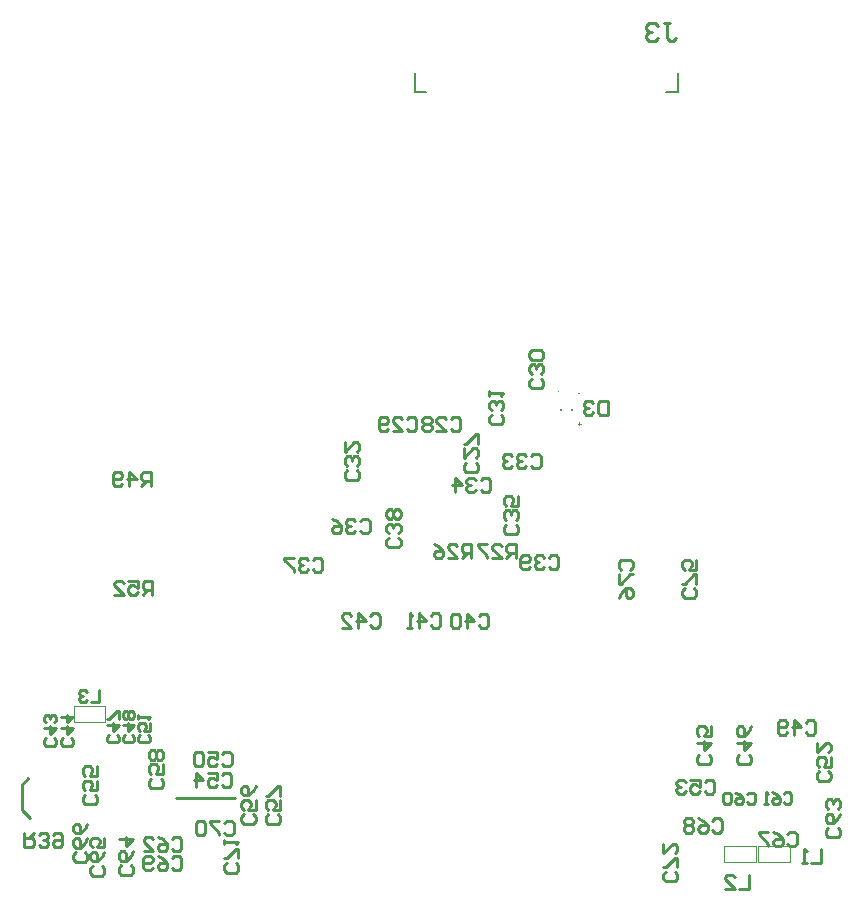
<source format=gbr>
%TF.GenerationSoftware,Altium Limited,Altium Designer,18.1.7 (191)*%
G04 Layer_Color=32896*
%FSLAX26Y26*%
%MOIN*%
%TF.FileFunction,Legend,Bot*%
%TF.Part,Single*%
G01*
G75*
%TA.AperFunction,NonConductor*%
%ADD108C,0.003937*%
%ADD109C,0.007874*%
%ADD110C,0.010000*%
G36*
X2108456Y2254334D02*
X2113985D01*
Y2252006D01*
X2108456D01*
Y2246535D01*
X2106157D01*
Y2252006D01*
X2100686D01*
Y2254334D01*
X2106157D01*
Y2259805D01*
X2108456D01*
Y2254334D01*
D02*
G37*
G36*
X2109055Y2353403D02*
X2101402D01*
Y2355876D01*
X2109055D01*
Y2353403D01*
D02*
G37*
D108*
X2036885Y2361659D02*
G03*
X2036885Y2361659I-1968J0D01*
G01*
X527047Y1259646D02*
Y1312795D01*
X421929D02*
X526884D01*
X421929Y1259646D02*
Y1312795D01*
Y1259646D02*
X526884D01*
X2809055Y793976D02*
Y847126D01*
X2703937D02*
X2808892D01*
X2703937Y793976D02*
Y847126D01*
Y793976D02*
X2808892D01*
X2694685Y793780D02*
Y846929D01*
X2589567D02*
X2694522D01*
X2589567Y793780D02*
Y846929D01*
Y793780D02*
X2694522D01*
D109*
X1557479Y3360059D02*
Y3424035D01*
X2435432Y3360059D02*
Y3424035D01*
X1557479Y3360059D02*
X1597165D01*
X2395747D02*
X2435432D01*
X2080669Y2301142D02*
Y2305078D01*
X2047205Y2301142D02*
Y2305078D01*
D110*
X249095Y967126D02*
X277126Y939095D01*
X249095Y967126D02*
Y972638D01*
Y1051614D01*
X269769Y1072289D01*
X762756Y1006575D02*
X959409D01*
X682165Y1684606D02*
Y1731835D01*
X658551D01*
X650679Y1723964D01*
Y1708221D01*
X658551Y1700349D01*
X682165D01*
X666423D02*
X650679Y1684606D01*
X603451Y1731835D02*
X634937D01*
Y1708221D01*
X619194Y1716092D01*
X611322D01*
X603451Y1708221D01*
Y1692478D01*
X611322Y1684606D01*
X627065D01*
X634937Y1692478D01*
X556222Y1684606D02*
X587708D01*
X556222Y1716092D01*
Y1723964D01*
X564093Y1731835D01*
X579836D01*
X587708Y1723964D01*
X678032Y2046535D02*
Y2093764D01*
X654417D01*
X646546Y2085893D01*
Y2070150D01*
X654417Y2062278D01*
X678032D01*
X662289D02*
X646546Y2046535D01*
X607188D02*
Y2093764D01*
X630803Y2070150D01*
X599317D01*
X583574Y2054407D02*
X575702Y2046535D01*
X559960D01*
X552088Y2054407D01*
Y2085893D01*
X559960Y2093764D01*
X575702D01*
X583574Y2085893D01*
Y2078021D01*
X575702Y2070150D01*
X552088D01*
X2004931Y1808255D02*
X2012803Y1816126D01*
X2028546D01*
X2036417Y1808255D01*
Y1776769D01*
X2028546Y1768898D01*
X2012803D01*
X2004931Y1776769D01*
X1989188Y1808255D02*
X1981317Y1816126D01*
X1965574D01*
X1957703Y1808255D01*
Y1800383D01*
X1965574Y1792512D01*
X1973446D01*
X1965574D01*
X1957703Y1784640D01*
Y1776769D01*
X1965574Y1768898D01*
X1981317D01*
X1989188Y1776769D01*
X1941960D02*
X1934088Y1768898D01*
X1918345D01*
X1910474Y1776769D01*
Y1808255D01*
X1918345Y1816126D01*
X1934088D01*
X1941960Y1808255D01*
Y1800383D01*
X1934088Y1792512D01*
X1910474D01*
X2245524Y1768593D02*
X2237653Y1776464D01*
Y1792207D01*
X2245524Y1800079D01*
X2277010D01*
X2284882Y1792207D01*
Y1776464D01*
X2277010Y1768593D01*
X2237653Y1752850D02*
Y1721364D01*
X2245524D01*
X2277010Y1752850D01*
X2284882D01*
X2237653Y1674135D02*
X2245524Y1689878D01*
X2261267Y1705621D01*
X2277010D01*
X2284882Y1697750D01*
Y1682007D01*
X2277010Y1674135D01*
X2269139D01*
X2261267Y1682007D01*
Y1705621D01*
X2489279Y1705817D02*
X2497150Y1697945D01*
Y1682202D01*
X2489279Y1674331D01*
X2457793D01*
X2449921Y1682202D01*
Y1697945D01*
X2457793Y1705817D01*
X2497150Y1721560D02*
Y1753045D01*
X2489279D01*
X2457793Y1721560D01*
X2449921D01*
X2497150Y1800274D02*
Y1768788D01*
X2473536D01*
X2481407Y1784531D01*
Y1792403D01*
X2473536Y1800274D01*
X2457793D01*
X2449921Y1792403D01*
Y1776660D01*
X2457793Y1768788D01*
X2389013Y3591981D02*
X2409006D01*
X2399010D01*
Y3541997D01*
X2409006Y3532000D01*
X2419003D01*
X2429000Y3541997D01*
X2369019Y3581984D02*
X2359023Y3591981D01*
X2339029D01*
X2329032Y3581984D01*
Y3571987D01*
X2339029Y3561990D01*
X2349026D01*
X2339029D01*
X2329032Y3551994D01*
Y3541997D01*
X2339029Y3532000D01*
X2359023D01*
X2369019Y3541997D01*
X257165Y890472D02*
Y843244D01*
X280780D01*
X288651Y851115D01*
Y866858D01*
X280780Y874730D01*
X257165D01*
X272908D02*
X288651Y890472D01*
X304394Y851115D02*
X312266Y843244D01*
X328009D01*
X335880Y851115D01*
Y858986D01*
X328009Y866858D01*
X320137D01*
X328009D01*
X335880Y874730D01*
Y882601D01*
X328009Y890472D01*
X312266D01*
X304394Y882601D01*
X351623D02*
X359495Y890472D01*
X375237D01*
X383109Y882601D01*
Y851115D01*
X375237Y843244D01*
X359495D01*
X351623Y851115D01*
Y858986D01*
X359495Y866858D01*
X383109D01*
X504528Y1367586D02*
Y1328228D01*
X478289D01*
X465170Y1361026D02*
X458611Y1367586D01*
X445491D01*
X438932Y1361026D01*
Y1354466D01*
X445491Y1347907D01*
X452051D01*
X445491D01*
X438932Y1341347D01*
Y1334788D01*
X445491Y1328228D01*
X458611D01*
X465170Y1334788D01*
X2671417Y751875D02*
Y704646D01*
X2639931D01*
X2592703D02*
X2624189D01*
X2592703Y736132D01*
Y744003D01*
X2600574Y751875D01*
X2616317D01*
X2624189Y744003D01*
X2911220Y837268D02*
Y790039D01*
X2879735D01*
X2863992D02*
X2848249D01*
X2856120D01*
Y837268D01*
X2863992Y829397D01*
X1894882Y1807126D02*
Y1854355D01*
X1871267D01*
X1863396Y1846483D01*
Y1830740D01*
X1871267Y1822869D01*
X1894882D01*
X1879139D02*
X1863396Y1807126D01*
X1816167D02*
X1847653D01*
X1816167Y1838612D01*
Y1846483D01*
X1824039Y1854355D01*
X1839782D01*
X1847653Y1846483D01*
X1800424Y1854355D02*
X1768938D01*
Y1846483D01*
X1800424Y1814997D01*
Y1807126D01*
X1746614Y1807795D02*
Y1855024D01*
X1723000D01*
X1715128Y1847153D01*
Y1831410D01*
X1723000Y1823538D01*
X1746614D01*
X1730871D02*
X1715128Y1807795D01*
X1667899D02*
X1699385D01*
X1667899Y1839281D01*
Y1847153D01*
X1675771Y1855024D01*
X1691514D01*
X1699385Y1847153D01*
X1620671Y1855024D02*
X1636414Y1847153D01*
X1652157Y1831410D01*
Y1815667D01*
X1644285Y1807795D01*
X1628542D01*
X1620671Y1815667D01*
Y1823538D01*
X1628542Y1831410D01*
X1652157D01*
X915994Y1153019D02*
X923866Y1160890D01*
X939609D01*
X947480Y1153019D01*
Y1121533D01*
X939609Y1113661D01*
X923866D01*
X915994Y1121533D01*
X868766Y1160890D02*
X900251D01*
Y1137276D01*
X884509Y1145147D01*
X876637D01*
X868766Y1137276D01*
Y1121533D01*
X876637Y1113661D01*
X892380D01*
X900251Y1121533D01*
X853023Y1153019D02*
X845151Y1160890D01*
X829408D01*
X821537Y1153019D01*
Y1121533D01*
X829408Y1113661D01*
X845151D01*
X853023Y1121533D01*
Y1153019D01*
X354136Y1206474D02*
X360696Y1199915D01*
Y1186796D01*
X354136Y1180236D01*
X327898D01*
X321339Y1186796D01*
Y1199915D01*
X327898Y1206474D01*
X321339Y1239272D02*
X360696D01*
X341017Y1219594D01*
Y1245832D01*
X354136Y1258951D02*
X360696Y1265511D01*
Y1278630D01*
X354136Y1285189D01*
X347577D01*
X341017Y1278630D01*
Y1272070D01*
Y1278630D01*
X334458Y1285189D01*
X327898D01*
X321339Y1278630D01*
Y1265511D01*
X327898Y1258951D01*
X1019633Y952785D02*
X1027504Y944914D01*
Y929171D01*
X1019633Y921299D01*
X988147D01*
X980276Y929171D01*
Y944914D01*
X988147Y952785D01*
X1027504Y1000014D02*
Y968528D01*
X1003890D01*
X1011761Y984271D01*
Y992142D01*
X1003890Y1000014D01*
X988147D01*
X980276Y992142D01*
Y976399D01*
X988147Y968528D01*
X1027504Y1047243D02*
X1019633Y1031500D01*
X1003890Y1015757D01*
X988147D01*
X980276Y1023628D01*
Y1039371D01*
X988147Y1047243D01*
X996019D01*
X1003890Y1039371D01*
Y1015757D01*
X1101877Y952234D02*
X1109748Y944362D01*
Y928620D01*
X1101877Y920748D01*
X1070391D01*
X1062520Y928620D01*
Y944362D01*
X1070391Y952234D01*
X1109748Y999463D02*
Y967977D01*
X1086134D01*
X1094006Y983720D01*
Y991591D01*
X1086134Y999463D01*
X1070391D01*
X1062520Y991591D01*
Y975848D01*
X1070391Y967977D01*
X1109748Y1015206D02*
Y1046691D01*
X1101877D01*
X1070391Y1015206D01*
X1062520D01*
X413113Y1206474D02*
X419672Y1199915D01*
Y1186796D01*
X413113Y1180236D01*
X386875D01*
X380315Y1186796D01*
Y1199915D01*
X386875Y1206474D01*
X380315Y1239272D02*
X419672D01*
X399994Y1219594D01*
Y1245832D01*
X380315Y1278630D02*
X419672D01*
X399994Y1258951D01*
Y1285189D01*
X747963Y805696D02*
X755834Y813567D01*
X771577D01*
X779449Y805696D01*
Y774210D01*
X771577Y766339D01*
X755834D01*
X747963Y774210D01*
X700734Y813567D02*
X716477Y805696D01*
X732220Y789953D01*
Y774210D01*
X724348Y766339D01*
X708606D01*
X700734Y774210D01*
Y782082D01*
X708606Y789953D01*
X732220D01*
X684991Y774210D02*
X677120Y766339D01*
X661377D01*
X653505Y774210D01*
Y805696D01*
X661377Y813567D01*
X677120D01*
X684991Y805696D01*
Y797824D01*
X677120Y789953D01*
X653505D01*
X748908Y869515D02*
X756779Y877386D01*
X772522D01*
X780394Y869515D01*
Y838029D01*
X772522Y830158D01*
X756779D01*
X748908Y838029D01*
X701679Y877386D02*
X717422Y869515D01*
X733165Y853772D01*
Y838029D01*
X725293Y830158D01*
X709551D01*
X701679Y838029D01*
Y845900D01*
X709551Y853772D01*
X733165D01*
X654450Y830158D02*
X685936D01*
X654450Y861643D01*
Y869515D01*
X662322Y877386D01*
X678065D01*
X685936Y869515D01*
X711365Y1071840D02*
X719237Y1063969D01*
Y1048226D01*
X711365Y1040354D01*
X679879D01*
X672008Y1048226D01*
Y1063969D01*
X679879Y1071840D01*
X719237Y1119069D02*
Y1087583D01*
X695622D01*
X703494Y1103326D01*
Y1111197D01*
X695622Y1119069D01*
X679879D01*
X672008Y1111197D01*
Y1095455D01*
X679879Y1087583D01*
X711365Y1134812D02*
X719237Y1142683D01*
Y1158426D01*
X711365Y1166298D01*
X703494D01*
X695622Y1158426D01*
X687751Y1166298D01*
X679879D01*
X672008Y1158426D01*
Y1142683D01*
X679879Y1134812D01*
X687751D01*
X695622Y1142683D01*
X703494Y1134812D01*
X711365D01*
X695622Y1142683D02*
Y1158426D01*
X565436Y1218482D02*
X571995Y1211923D01*
Y1198804D01*
X565436Y1192244D01*
X539197D01*
X532638Y1198804D01*
Y1211923D01*
X539197Y1218482D01*
X532638Y1251280D02*
X571995D01*
X552317Y1231601D01*
Y1257840D01*
X571995Y1270959D02*
Y1297197D01*
X565436D01*
X539197Y1270959D01*
X532638D01*
X617050Y1218482D02*
X623609Y1211923D01*
Y1198804D01*
X617050Y1192244D01*
X590812D01*
X584252Y1198804D01*
Y1211923D01*
X590812Y1218482D01*
X584252Y1251280D02*
X623609D01*
X603931Y1231601D01*
Y1257840D01*
X617050Y1270959D02*
X623609Y1277518D01*
Y1290638D01*
X617050Y1297197D01*
X610490D01*
X603931Y1290638D01*
X597371Y1297197D01*
X590812D01*
X584252Y1290638D01*
Y1277518D01*
X590812Y1270959D01*
X597371D01*
X603931Y1277518D01*
X610490Y1270959D01*
X617050D01*
X603931Y1277518D02*
Y1290638D01*
X962743Y790108D02*
X970615Y782236D01*
Y766494D01*
X962743Y758622D01*
X931257D01*
X923386Y766494D01*
Y782236D01*
X931257Y790108D01*
X970615Y805851D02*
Y837337D01*
X962743D01*
X931257Y805851D01*
X923386D01*
Y853080D02*
Y868823D01*
Y860951D01*
X970615D01*
X962743Y853080D01*
X2538688Y1151132D02*
X2546559Y1143260D01*
Y1127517D01*
X2538688Y1119646D01*
X2507202D01*
X2499331Y1127517D01*
Y1143260D01*
X2507202Y1151132D01*
X2499331Y1190489D02*
X2546559D01*
X2522945Y1166874D01*
Y1198360D01*
X2546559Y1245589D02*
Y1214103D01*
X2522945D01*
X2530817Y1229846D01*
Y1237718D01*
X2522945Y1245589D01*
X2507202D01*
X2499331Y1237718D01*
Y1221975D01*
X2507202Y1214103D01*
X2861782Y1258176D02*
X2869653Y1266048D01*
X2885396D01*
X2893268Y1258176D01*
Y1226690D01*
X2885396Y1218819D01*
X2869653D01*
X2861782Y1226690D01*
X2822425Y1218819D02*
Y1266048D01*
X2846039Y1242433D01*
X2814553D01*
X2798810Y1226690D02*
X2790939Y1218819D01*
X2775196D01*
X2767324Y1226690D01*
Y1258176D01*
X2775196Y1266048D01*
X2790939D01*
X2798810Y1258176D01*
Y1250305D01*
X2790939Y1242433D01*
X2767324D01*
X2426011Y760620D02*
X2433882Y752748D01*
Y737005D01*
X2426011Y729134D01*
X2394525D01*
X2386653Y737005D01*
Y752748D01*
X2394525Y760620D01*
X2433882Y776363D02*
Y807849D01*
X2426011D01*
X2394525Y776363D01*
X2386653D01*
Y855077D02*
Y823591D01*
X2418139Y855077D01*
X2426011D01*
X2433882Y847206D01*
Y831463D01*
X2426011Y823591D01*
X458924Y826368D02*
X466796Y818496D01*
Y802753D01*
X458924Y794882D01*
X427438D01*
X419567Y802753D01*
Y818496D01*
X427438Y826368D01*
X466796Y873597D02*
X458924Y857854D01*
X443181Y842111D01*
X427438D01*
X419567Y849982D01*
Y865725D01*
X427438Y873597D01*
X435310D01*
X443181Y865725D01*
Y842111D01*
X466796Y920825D02*
X458924Y905082D01*
X443181Y889340D01*
X427438D01*
X419567Y897211D01*
Y912954D01*
X427438Y920825D01*
X435310D01*
X443181Y912954D01*
Y889340D01*
X2664825Y1018861D02*
X2671384Y1025420D01*
X2684503D01*
X2691063Y1018861D01*
Y992623D01*
X2684503Y986063D01*
X2671384D01*
X2664825Y992623D01*
X2625467Y1025420D02*
X2638586Y1018861D01*
X2651706Y1005742D01*
Y992623D01*
X2645146Y986063D01*
X2632027D01*
X2625467Y992623D01*
Y999182D01*
X2632027Y1005742D01*
X2651706D01*
X2612348Y1018861D02*
X2605789Y1025420D01*
X2592669D01*
X2586110Y1018861D01*
Y992623D01*
X2592669Y986063D01*
X2605789D01*
X2612348Y992623D01*
Y1018861D01*
X2200905Y2284858D02*
Y2332087D01*
X2177291D01*
X2169420Y2324215D01*
Y2292729D01*
X2177291Y2284858D01*
X2200905D01*
X2153677Y2292729D02*
X2145805Y2284858D01*
X2130062D01*
X2122191Y2292729D01*
Y2300601D01*
X2130062Y2308472D01*
X2137934D01*
X2130062D01*
X2122191Y2316344D01*
Y2324215D01*
X2130062Y2332087D01*
X2145805D01*
X2153677Y2324215D01*
X2550246Y931365D02*
X2558118Y939237D01*
X2573861D01*
X2581732Y931365D01*
Y899879D01*
X2573861Y892008D01*
X2558118D01*
X2550246Y899879D01*
X2503018Y939237D02*
X2518761Y931365D01*
X2534503Y915622D01*
Y899879D01*
X2526632Y892008D01*
X2510889D01*
X2503018Y899879D01*
Y907751D01*
X2510889Y915622D01*
X2534503D01*
X2487275Y931365D02*
X2479403Y939237D01*
X2463660D01*
X2455789Y931365D01*
Y923494D01*
X2463660Y915622D01*
X2455789Y907751D01*
Y899879D01*
X2463660Y892008D01*
X2479403D01*
X2487275Y899879D01*
Y907751D01*
X2479403Y915622D01*
X2487275Y923494D01*
Y931365D01*
X2479403Y915622D02*
X2463660D01*
X2523986Y1060775D02*
X2531858Y1068646D01*
X2547601D01*
X2555472Y1060775D01*
Y1029289D01*
X2547601Y1021417D01*
X2531858D01*
X2523986Y1029289D01*
X2476758Y1068646D02*
X2508244D01*
Y1045032D01*
X2492501Y1052903D01*
X2484629D01*
X2476758Y1045032D01*
Y1029289D01*
X2484629Y1021417D01*
X2500372D01*
X2508244Y1029289D01*
X2461015Y1060775D02*
X2453143Y1068646D01*
X2437400D01*
X2429529Y1060775D01*
Y1052903D01*
X2437400Y1045032D01*
X2445272D01*
X2437400D01*
X2429529Y1037160D01*
Y1029289D01*
X2437400Y1021417D01*
X2453143D01*
X2461015Y1029289D01*
X2671562Y1151132D02*
X2679434Y1143260D01*
Y1127517D01*
X2671562Y1119646D01*
X2640076D01*
X2632205Y1127517D01*
Y1143260D01*
X2640076Y1151132D01*
X2632205Y1190489D02*
X2679434D01*
X2655819Y1166874D01*
Y1198360D01*
X2679434Y1245589D02*
X2671562Y1229846D01*
X2655819Y1214103D01*
X2640076D01*
X2632205Y1221975D01*
Y1237718D01*
X2640076Y1245589D01*
X2647948D01*
X2655819Y1237718D01*
Y1214103D01*
X2936720Y1096210D02*
X2944591Y1088339D01*
Y1072596D01*
X2936720Y1064724D01*
X2905234D01*
X2897362Y1072596D01*
Y1088339D01*
X2905234Y1096210D01*
X2944591Y1143439D02*
Y1111953D01*
X2920977D01*
X2928848Y1127696D01*
Y1135568D01*
X2920977Y1143439D01*
X2905234D01*
X2897362Y1135568D01*
Y1119825D01*
X2905234Y1111953D01*
X2897362Y1190668D02*
Y1159182D01*
X2928848Y1190668D01*
X2936720D01*
X2944591Y1182796D01*
Y1167053D01*
X2936720Y1159182D01*
X2968570Y908258D02*
X2976441Y900386D01*
Y884643D01*
X2968570Y876772D01*
X2937084D01*
X2929213Y884643D01*
Y900386D01*
X2937084Y908258D01*
X2976441Y955486D02*
X2968570Y939743D01*
X2952827Y924000D01*
X2937084D01*
X2929213Y931872D01*
Y947615D01*
X2937084Y955486D01*
X2944956D01*
X2952827Y947615D01*
Y924000D01*
X2968570Y971229D02*
X2976441Y979101D01*
Y994844D01*
X2968570Y1002715D01*
X2960698D01*
X2952827Y994844D01*
Y986972D01*
Y994844D01*
X2944956Y1002715D01*
X2937084D01*
X2929213Y994844D01*
Y979101D01*
X2937084Y971229D01*
X2800272Y886661D02*
X2808144Y894533D01*
X2823887D01*
X2831758Y886661D01*
Y855176D01*
X2823887Y847304D01*
X2808144D01*
X2800272Y855176D01*
X2753043Y894533D02*
X2768786Y886661D01*
X2784529Y870918D01*
Y855176D01*
X2776658Y847304D01*
X2760915D01*
X2753043Y855176D01*
Y863047D01*
X2760915Y870918D01*
X2784529D01*
X2737300Y894533D02*
X2705814D01*
Y886661D01*
X2737300Y855176D01*
Y847304D01*
X2787384Y1020908D02*
X2793943Y1027468D01*
X2807062D01*
X2813622Y1020908D01*
Y994670D01*
X2807062Y988110D01*
X2793943D01*
X2787384Y994670D01*
X2748026Y1027468D02*
X2761146Y1020908D01*
X2774265Y1007789D01*
Y994670D01*
X2767705Y988110D01*
X2754586D01*
X2748026Y994670D01*
Y1001229D01*
X2754586Y1007789D01*
X2774265D01*
X2734907Y988110D02*
X2721788D01*
X2728348D01*
Y1027468D01*
X2734907Y1020908D01*
X1978806Y2405423D02*
X1986678Y2397551D01*
Y2381809D01*
X1978806Y2373937D01*
X1947320D01*
X1939449Y2381809D01*
Y2397551D01*
X1947320Y2405423D01*
X1978806Y2421166D02*
X1986678Y2429037D01*
Y2444780D01*
X1978806Y2452652D01*
X1970935D01*
X1963063Y2444780D01*
Y2436909D01*
Y2444780D01*
X1955192Y2452652D01*
X1947320D01*
X1939449Y2444780D01*
Y2429037D01*
X1947320Y2421166D01*
X1978806Y2468395D02*
X1986678Y2476266D01*
Y2492009D01*
X1978806Y2499881D01*
X1947320D01*
X1939449Y2492009D01*
Y2476266D01*
X1947320Y2468395D01*
X1978806D01*
X1761365Y2125383D02*
X1769237Y2117512D01*
Y2101769D01*
X1761365Y2093898D01*
X1729879D01*
X1722008Y2101769D01*
Y2117512D01*
X1729879Y2125383D01*
X1722008Y2172612D02*
Y2141126D01*
X1753494Y2172612D01*
X1761365D01*
X1769237Y2164741D01*
Y2148998D01*
X1761365Y2141126D01*
X1769237Y2188355D02*
Y2219841D01*
X1761365D01*
X1729879Y2188355D01*
X1722008D01*
X1945916Y2146365D02*
X1953787Y2154237D01*
X1969530D01*
X1977402Y2146365D01*
Y2114879D01*
X1969530Y2107008D01*
X1953787D01*
X1945916Y2114879D01*
X1930173Y2146365D02*
X1922301Y2154237D01*
X1906558D01*
X1898687Y2146365D01*
Y2138494D01*
X1906558Y2130622D01*
X1914430D01*
X1906558D01*
X1898687Y2122751D01*
Y2114879D01*
X1906558Y2107008D01*
X1922301D01*
X1930173Y2114879D01*
X1882944Y2146365D02*
X1875072Y2154237D01*
X1859330D01*
X1851458Y2146365D01*
Y2138494D01*
X1859330Y2130622D01*
X1867201D01*
X1859330D01*
X1851458Y2122751D01*
Y2114879D01*
X1859330Y2107008D01*
X1875072D01*
X1882944Y2114879D01*
X1894672Y1918454D02*
X1902544Y1910583D01*
Y1894840D01*
X1894672Y1886968D01*
X1863187D01*
X1855315Y1894840D01*
Y1910583D01*
X1863187Y1918454D01*
X1894672Y1934197D02*
X1902544Y1942069D01*
Y1957812D01*
X1894672Y1965683D01*
X1886801D01*
X1878929Y1957812D01*
Y1949940D01*
Y1957812D01*
X1871058Y1965683D01*
X1863187D01*
X1855315Y1957812D01*
Y1942069D01*
X1863187Y1934197D01*
X1902544Y2012912D02*
Y1981426D01*
X1878929D01*
X1886801Y1997169D01*
Y2005041D01*
X1878929Y2012912D01*
X1863187D01*
X1855315Y2005041D01*
Y1989298D01*
X1863187Y1981426D01*
X1845460Y2284754D02*
X1853331Y2276882D01*
Y2261139D01*
X1845460Y2253268D01*
X1813974D01*
X1806102Y2261139D01*
Y2276882D01*
X1813974Y2284754D01*
X1845460Y2300497D02*
X1853331Y2308368D01*
Y2324111D01*
X1845460Y2331982D01*
X1837588D01*
X1829717Y2324111D01*
Y2316239D01*
Y2324111D01*
X1821845Y2331982D01*
X1813974D01*
X1806102Y2324111D01*
Y2308368D01*
X1813974Y2300497D01*
X1806102Y2347725D02*
Y2363468D01*
Y2355597D01*
X1853331D01*
X1845460Y2347725D01*
X1532254Y2269397D02*
X1540126Y2277268D01*
X1555869D01*
X1563740Y2269397D01*
Y2237911D01*
X1555869Y2230039D01*
X1540126D01*
X1532254Y2237911D01*
X1485025Y2230039D02*
X1516511D01*
X1485025Y2261525D01*
Y2269397D01*
X1492897Y2277268D01*
X1508640D01*
X1516511Y2269397D01*
X1469283Y2237911D02*
X1461411Y2230039D01*
X1445668D01*
X1437797Y2237911D01*
Y2269397D01*
X1445668Y2277268D01*
X1461411D01*
X1469283Y2269397D01*
Y2261525D01*
X1461411Y2253654D01*
X1437797D01*
X1677805Y2269948D02*
X1685677Y2277819D01*
X1701420D01*
X1709291Y2269948D01*
Y2238462D01*
X1701420Y2230590D01*
X1685677D01*
X1677805Y2238462D01*
X1630577Y2230590D02*
X1662062D01*
X1630577Y2262076D01*
Y2269948D01*
X1638448Y2277819D01*
X1654191D01*
X1662062Y2269948D01*
X1614834D02*
X1606962Y2277819D01*
X1591219D01*
X1583348Y2269948D01*
Y2262076D01*
X1591219Y2254205D01*
X1583348Y2246333D01*
Y2238462D01*
X1591219Y2230590D01*
X1606962D01*
X1614834Y2238462D01*
Y2246333D01*
X1606962Y2254205D01*
X1614834Y2262076D01*
Y2269948D01*
X1606962Y2254205D02*
X1591219D01*
X1777530Y2065854D02*
X1785401Y2073725D01*
X1801144D01*
X1809016Y2065854D01*
Y2034368D01*
X1801144Y2026496D01*
X1785401D01*
X1777530Y2034368D01*
X1761787Y2065854D02*
X1753915Y2073725D01*
X1738172D01*
X1730301Y2065854D01*
Y2057982D01*
X1738172Y2050110D01*
X1746044D01*
X1738172D01*
X1730301Y2042239D01*
Y2034368D01*
X1738172Y2026496D01*
X1753915D01*
X1761787Y2034368D01*
X1690944Y2026496D02*
Y2073725D01*
X1714558Y2050110D01*
X1683072D01*
X1772136Y1613688D02*
X1780008Y1621560D01*
X1795751D01*
X1803622Y1613688D01*
Y1582202D01*
X1795751Y1574331D01*
X1780008D01*
X1772136Y1582202D01*
X1732779Y1574331D02*
Y1621560D01*
X1756393Y1597945D01*
X1724907D01*
X1709164Y1613688D02*
X1701293Y1621560D01*
X1685550D01*
X1677678Y1613688D01*
Y1582202D01*
X1685550Y1574331D01*
X1701293D01*
X1709164Y1582202D01*
Y1613688D01*
X1611821Y1614357D02*
X1619693Y1622229D01*
X1635436D01*
X1643307Y1614357D01*
Y1582871D01*
X1635436Y1575000D01*
X1619693D01*
X1611821Y1582871D01*
X1572464Y1575000D02*
Y1622229D01*
X1596078Y1598614D01*
X1564592D01*
X1548850Y1575000D02*
X1533107D01*
X1540978D01*
Y1622229D01*
X1548850Y1614357D01*
X1502861Y1874832D02*
X1510733Y1866961D01*
Y1851218D01*
X1502861Y1843347D01*
X1471375D01*
X1463504Y1851218D01*
Y1866961D01*
X1471375Y1874832D01*
X1502861Y1890575D02*
X1510733Y1898447D01*
Y1914190D01*
X1502861Y1922061D01*
X1494990D01*
X1487118Y1914190D01*
Y1906318D01*
Y1914190D01*
X1479247Y1922061D01*
X1471375D01*
X1463504Y1914190D01*
Y1898447D01*
X1471375Y1890575D01*
X1502861Y1937804D02*
X1510733Y1945676D01*
Y1961418D01*
X1502861Y1969290D01*
X1494990D01*
X1487118Y1961418D01*
X1479247Y1969290D01*
X1471375D01*
X1463504Y1961418D01*
Y1945676D01*
X1471375Y1937804D01*
X1479247D01*
X1487118Y1945676D01*
X1494990Y1937804D01*
X1502861D01*
X1487118Y1945676D02*
Y1961418D01*
X1409892Y1614357D02*
X1417764Y1622229D01*
X1433506D01*
X1441378Y1614357D01*
Y1582871D01*
X1433506Y1575000D01*
X1417764D01*
X1409892Y1582871D01*
X1370535Y1575000D02*
Y1622229D01*
X1394149Y1598614D01*
X1362663D01*
X1315435Y1575000D02*
X1346920D01*
X1315435Y1606486D01*
Y1614357D01*
X1323306Y1622229D01*
X1339049D01*
X1346920Y1614357D01*
X1218002Y1800853D02*
X1225874Y1808725D01*
X1241617D01*
X1249488Y1800853D01*
Y1769368D01*
X1241617Y1761496D01*
X1225874D01*
X1218002Y1769368D01*
X1202259Y1800853D02*
X1194388Y1808725D01*
X1178645D01*
X1170774Y1800853D01*
Y1792982D01*
X1178645Y1785111D01*
X1186516D01*
X1178645D01*
X1170774Y1777239D01*
Y1769368D01*
X1178645Y1761496D01*
X1194388D01*
X1202259Y1769368D01*
X1155031Y1808725D02*
X1123545D01*
Y1800853D01*
X1155031Y1769368D01*
Y1761496D01*
X1376349Y1929003D02*
X1384220Y1936874D01*
X1399963D01*
X1407835Y1929003D01*
Y1897517D01*
X1399963Y1889646D01*
X1384220D01*
X1376349Y1897517D01*
X1360606Y1929003D02*
X1352734Y1936874D01*
X1336991D01*
X1329120Y1929003D01*
Y1921132D01*
X1336991Y1913260D01*
X1344863D01*
X1336991D01*
X1329120Y1905389D01*
Y1897517D01*
X1336991Y1889646D01*
X1352734D01*
X1360606Y1897517D01*
X1281891Y1936874D02*
X1297634Y1929003D01*
X1313377Y1913260D01*
Y1897517D01*
X1305505Y1889646D01*
X1289763D01*
X1281891Y1897517D01*
Y1905389D01*
X1289763Y1913260D01*
X1313377D01*
X491208Y1017943D02*
X499079Y1010071D01*
Y994328D01*
X491208Y986457D01*
X459722D01*
X451850Y994328D01*
Y1010071D01*
X459722Y1017943D01*
X499079Y1065171D02*
Y1033686D01*
X475465D01*
X483336Y1049428D01*
Y1057300D01*
X475465Y1065171D01*
X459722D01*
X451850Y1057300D01*
Y1041557D01*
X459722Y1033686D01*
X499079Y1112400D02*
Y1080914D01*
X475465D01*
X483336Y1096657D01*
Y1104529D01*
X475465Y1112400D01*
X459722D01*
X451850Y1104529D01*
Y1088786D01*
X459722Y1080914D01*
X515854Y780226D02*
X523725Y772355D01*
Y756612D01*
X515854Y748740D01*
X484368D01*
X476496Y756612D01*
Y772355D01*
X484368Y780226D01*
X523725Y827455D02*
X515854Y811712D01*
X500111Y795969D01*
X484368D01*
X476496Y803840D01*
Y819583D01*
X484368Y827455D01*
X492239D01*
X500111Y819583D01*
Y795969D01*
X523725Y874684D02*
Y843198D01*
X500111D01*
X507982Y858941D01*
Y866812D01*
X500111Y874684D01*
X484368D01*
X476496Y866812D01*
Y851069D01*
X484368Y843198D01*
X611601Y782549D02*
X619473Y774677D01*
Y758934D01*
X611601Y751063D01*
X580116D01*
X572244Y758934D01*
Y774677D01*
X580116Y782549D01*
X619473Y829778D02*
X611601Y814035D01*
X595859Y798292D01*
X580116D01*
X572244Y806163D01*
Y821906D01*
X580116Y829778D01*
X587987D01*
X595859Y821906D01*
Y798292D01*
X572244Y869135D02*
X619473D01*
X595859Y845521D01*
Y877006D01*
X923042Y923491D02*
X930913Y931363D01*
X946656D01*
X954528Y923491D01*
Y892005D01*
X946656Y884134D01*
X930913D01*
X923042Y892005D01*
X907299Y931363D02*
X875813D01*
Y923491D01*
X907299Y892005D01*
Y884134D01*
X860070Y923491D02*
X852198Y931363D01*
X836456D01*
X828584Y923491D01*
Y892005D01*
X836456Y884134D01*
X852198D01*
X860070Y892005D01*
Y923491D01*
X915522Y1083058D02*
X923394Y1090930D01*
X939136D01*
X947008Y1083058D01*
Y1051572D01*
X939136Y1043701D01*
X923394D01*
X915522Y1051572D01*
X868293Y1090930D02*
X899779D01*
Y1067315D01*
X884036Y1075187D01*
X876165D01*
X868293Y1067315D01*
Y1051572D01*
X876165Y1043701D01*
X891908D01*
X899779Y1051572D01*
X828936Y1043701D02*
Y1090930D01*
X852550Y1067315D01*
X821064D01*
X668192Y1218482D02*
X674751Y1211923D01*
Y1198804D01*
X668192Y1192244D01*
X641953D01*
X635394Y1198804D01*
Y1211923D01*
X641953Y1218482D01*
X674751Y1257840D02*
Y1231601D01*
X655072D01*
X661632Y1244721D01*
Y1251280D01*
X655072Y1257840D01*
X641953D01*
X635394Y1251280D01*
Y1238161D01*
X641953Y1231601D01*
X635394Y1270959D02*
Y1284078D01*
Y1277518D01*
X674751D01*
X668192Y1270959D01*
X1364672Y2098887D02*
X1372544Y2091016D01*
Y2075273D01*
X1364672Y2067402D01*
X1333187D01*
X1325315Y2075273D01*
Y2091016D01*
X1333187Y2098887D01*
X1364672Y2114630D02*
X1372544Y2122502D01*
Y2138245D01*
X1364672Y2146116D01*
X1356801D01*
X1348929Y2138245D01*
Y2130373D01*
Y2138245D01*
X1341058Y2146116D01*
X1333187D01*
X1325315Y2138245D01*
Y2122502D01*
X1333187Y2114630D01*
X1325315Y2193345D02*
Y2161859D01*
X1356801Y2193345D01*
X1364672D01*
X1372544Y2185474D01*
Y2169731D01*
X1364672Y2161859D01*
%TF.MD5,ab10d36d8473ecdfe222ac4669e02f45*%
M02*

</source>
